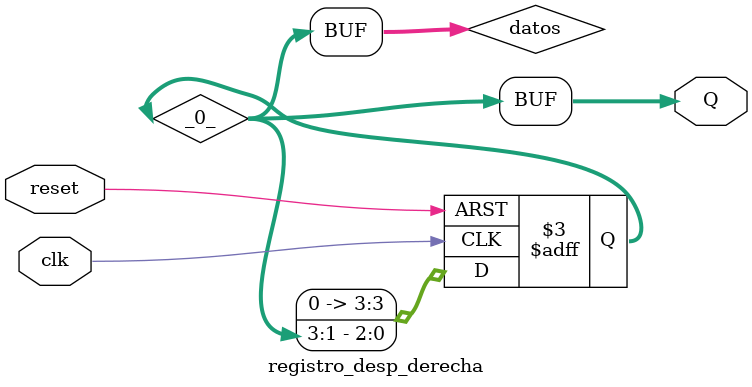
<source format=v>
/* Generated by Yosys 0.51+101 (git sha1 314842d2a, g++ 14.2.1 -fPIC -O3) */

module registro_desp_derecha(clk, reset, Q);
  reg [3:0] _0_ = 4'h3;
  output [3:0] Q;
  wire [3:0] Q;
  input clk;
  wire clk;
  wire [3:0] datos;
  input reset;
  wire reset;
  always @(posedge clk, posedge reset)
    if (reset) _0_ <= 4'h3;
    else _0_ <= { 1'h0, datos[3:1] };
  assign datos = _0_;
  assign Q = datos;
endmodule

</source>
